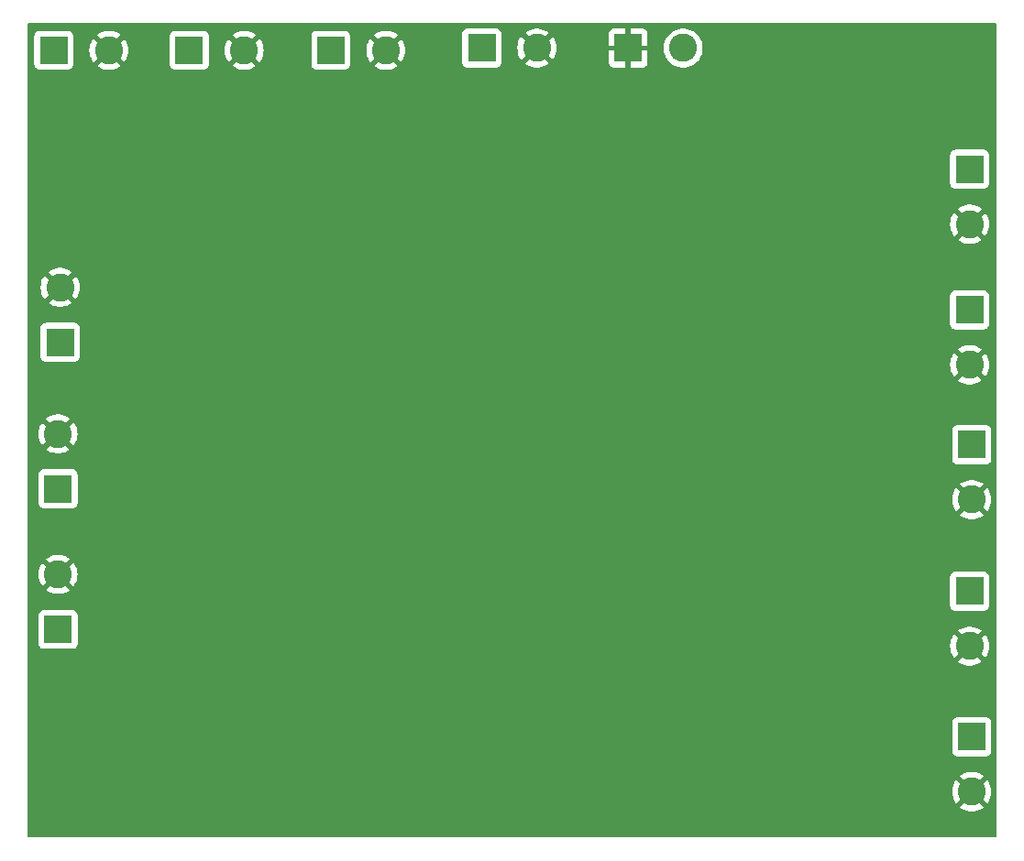
<source format=gbl>
%TF.GenerationSoftware,KiCad,Pcbnew,8.0.5*%
%TF.CreationDate,2024-11-24T13:51:33-06:00*%
%TF.ProjectId,Buck_V2,4275636b-5f56-4322-9e6b-696361645f70,rev?*%
%TF.SameCoordinates,Original*%
%TF.FileFunction,Copper,L2,Bot*%
%TF.FilePolarity,Positive*%
%FSLAX46Y46*%
G04 Gerber Fmt 4.6, Leading zero omitted, Abs format (unit mm)*
G04 Created by KiCad (PCBNEW 8.0.5) date 2024-11-24 13:51:33*
%MOMM*%
%LPD*%
G01*
G04 APERTURE LIST*
%TA.AperFunction,ComponentPad*%
%ADD10R,2.600000X2.600000*%
%TD*%
%TA.AperFunction,ComponentPad*%
%ADD11C,2.600000*%
%TD*%
%TA.AperFunction,ViaPad*%
%ADD12C,0.600000*%
%TD*%
G04 APERTURE END LIST*
D10*
%TO.P,J7,1,Pin_1*%
%TO.N,+12V*%
X61420000Y-99500000D03*
D11*
%TO.P,J7,2,Pin_2*%
%TO.N,GND*%
X66500000Y-99500000D03*
%TD*%
D10*
%TO.P,J8,1,Pin_1*%
%TO.N,+12V*%
X74500000Y-99500000D03*
D11*
%TO.P,J8,2,Pin_2*%
%TO.N,GND*%
X79580000Y-99500000D03*
%TD*%
D10*
%TO.P,J14,1,Pin_1*%
%TO.N,GND*%
X101955000Y-99305000D03*
D11*
%TO.P,J14,2,Pin_2*%
%TO.N,Net-(J14-Pin_2)*%
X107035000Y-99305000D03*
%TD*%
D10*
%TO.P,J1,1,Pin_1*%
%TO.N,+5V*%
X133695000Y-162955000D03*
D11*
%TO.P,J1,2,Pin_2*%
%TO.N,GND*%
X133695000Y-168035000D03*
%TD*%
D10*
%TO.P,J6,1,Pin_1*%
%TO.N,+12V*%
X48920000Y-99500000D03*
D11*
%TO.P,J6,2,Pin_2*%
%TO.N,GND*%
X54000000Y-99500000D03*
%TD*%
D10*
%TO.P,J9,1,Pin_1*%
%TO.N,+12V*%
X88455000Y-99305000D03*
D11*
%TO.P,J9,2,Pin_2*%
%TO.N,GND*%
X93535000Y-99305000D03*
%TD*%
D10*
%TO.P,J2,1,Pin_1*%
%TO.N,+12V*%
X49305000Y-140045000D03*
D11*
%TO.P,J2,2,Pin_2*%
%TO.N,GND*%
X49305000Y-134965000D03*
%TD*%
D10*
%TO.P,J4,1,Pin_1*%
%TO.N,+5V*%
X49305000Y-153045000D03*
D11*
%TO.P,J4,2,Pin_2*%
%TO.N,GND*%
X49305000Y-147965000D03*
%TD*%
D10*
%TO.P,J12,1,Pin_1*%
%TO.N,+5V*%
X133695000Y-135955000D03*
D11*
%TO.P,J12,2,Pin_2*%
%TO.N,GND*%
X133695000Y-141035000D03*
%TD*%
D10*
%TO.P,J13,1,Pin_1*%
%TO.N,+5V*%
X133500000Y-149500000D03*
D11*
%TO.P,J13,2,Pin_2*%
%TO.N,GND*%
X133500000Y-154580000D03*
%TD*%
D10*
%TO.P,J3,1,Pin_1*%
%TO.N,+12V*%
X49500000Y-126500000D03*
D11*
%TO.P,J3,2,Pin_2*%
%TO.N,GND*%
X49500000Y-121420000D03*
%TD*%
D10*
%TO.P,J10,1,Pin_1*%
%TO.N,+5V*%
X133500000Y-110500000D03*
D11*
%TO.P,J10,2,Pin_2*%
%TO.N,GND*%
X133500000Y-115580000D03*
%TD*%
D10*
%TO.P,J11,1,Pin_1*%
%TO.N,+5V*%
X133500000Y-123500000D03*
D11*
%TO.P,J11,2,Pin_2*%
%TO.N,GND*%
X133500000Y-128580000D03*
%TD*%
D12*
%TO.N,GND*%
X76000000Y-142000000D03*
X110000000Y-128500000D03*
X105500000Y-128500000D03*
X87000000Y-142000000D03*
X84500000Y-138962500D03*
X90500000Y-123500000D03*
X84500000Y-131500000D03*
%TD*%
%TA.AperFunction,Conductor*%
%TO.N,GND*%
G36*
X135943039Y-97019685D02*
G01*
X135988794Y-97072489D01*
X136000000Y-97124000D01*
X136000000Y-172126000D01*
X135980315Y-172193039D01*
X135927511Y-172238794D01*
X135876000Y-172250000D01*
X46624000Y-172250000D01*
X46556961Y-172230315D01*
X46511206Y-172177511D01*
X46500000Y-172126000D01*
X46500000Y-168034995D01*
X131889953Y-168034995D01*
X131889953Y-168035004D01*
X131910113Y-168304026D01*
X131910113Y-168304028D01*
X131970142Y-168567033D01*
X131970148Y-168567052D01*
X132068709Y-168818181D01*
X132068708Y-168818181D01*
X132203602Y-169051822D01*
X132257294Y-169119151D01*
X132257295Y-169119151D01*
X133093958Y-168282488D01*
X133118978Y-168342890D01*
X133190112Y-168449351D01*
X133280649Y-168539888D01*
X133387110Y-168611022D01*
X133447510Y-168636041D01*
X132609848Y-169473702D01*
X132792483Y-169598220D01*
X132792485Y-169598221D01*
X133035539Y-169715269D01*
X133035537Y-169715269D01*
X133293337Y-169794790D01*
X133293343Y-169794792D01*
X133560101Y-169834999D01*
X133560110Y-169835000D01*
X133829890Y-169835000D01*
X133829898Y-169834999D01*
X134096656Y-169794792D01*
X134096662Y-169794790D01*
X134354461Y-169715269D01*
X134597521Y-169598218D01*
X134780150Y-169473702D01*
X133942488Y-168636041D01*
X134002890Y-168611022D01*
X134109351Y-168539888D01*
X134199888Y-168449351D01*
X134271022Y-168342890D01*
X134296041Y-168282488D01*
X135132703Y-169119151D01*
X135132704Y-169119150D01*
X135186393Y-169051828D01*
X135186400Y-169051817D01*
X135321290Y-168818181D01*
X135419851Y-168567052D01*
X135419857Y-168567033D01*
X135479886Y-168304028D01*
X135479886Y-168304026D01*
X135500047Y-168035004D01*
X135500047Y-168034995D01*
X135479886Y-167765973D01*
X135479886Y-167765971D01*
X135419857Y-167502966D01*
X135419851Y-167502947D01*
X135321290Y-167251818D01*
X135321291Y-167251818D01*
X135186397Y-167018177D01*
X135132704Y-166950847D01*
X134296041Y-167787510D01*
X134271022Y-167727110D01*
X134199888Y-167620649D01*
X134109351Y-167530112D01*
X134002890Y-167458978D01*
X133942488Y-167433958D01*
X134780150Y-166596296D01*
X134597517Y-166471779D01*
X134597516Y-166471778D01*
X134354460Y-166354730D01*
X134354462Y-166354730D01*
X134096662Y-166275209D01*
X134096656Y-166275207D01*
X133829898Y-166235000D01*
X133560101Y-166235000D01*
X133293343Y-166275207D01*
X133293337Y-166275209D01*
X133035538Y-166354730D01*
X132792485Y-166471778D01*
X132792476Y-166471783D01*
X132609848Y-166596296D01*
X133447511Y-167433958D01*
X133387110Y-167458978D01*
X133280649Y-167530112D01*
X133190112Y-167620649D01*
X133118978Y-167727110D01*
X133093958Y-167787511D01*
X132257295Y-166950848D01*
X132203600Y-167018180D01*
X132068709Y-167251818D01*
X131970148Y-167502947D01*
X131970142Y-167502966D01*
X131910113Y-167765971D01*
X131910113Y-167765973D01*
X131889953Y-168034995D01*
X46500000Y-168034995D01*
X46500000Y-161607135D01*
X131894500Y-161607135D01*
X131894500Y-164302870D01*
X131894501Y-164302876D01*
X131900908Y-164362483D01*
X131951202Y-164497328D01*
X131951206Y-164497335D01*
X132037452Y-164612544D01*
X132037455Y-164612547D01*
X132152664Y-164698793D01*
X132152671Y-164698797D01*
X132287517Y-164749091D01*
X132287516Y-164749091D01*
X132294444Y-164749835D01*
X132347127Y-164755500D01*
X135042872Y-164755499D01*
X135102483Y-164749091D01*
X135237331Y-164698796D01*
X135352546Y-164612546D01*
X135438796Y-164497331D01*
X135489091Y-164362483D01*
X135495500Y-164302873D01*
X135495499Y-161607128D01*
X135489091Y-161547517D01*
X135438796Y-161412669D01*
X135438795Y-161412668D01*
X135438793Y-161412664D01*
X135352547Y-161297455D01*
X135352544Y-161297452D01*
X135237335Y-161211206D01*
X135237328Y-161211202D01*
X135102482Y-161160908D01*
X135102483Y-161160908D01*
X135042883Y-161154501D01*
X135042881Y-161154500D01*
X135042873Y-161154500D01*
X135042864Y-161154500D01*
X132347129Y-161154500D01*
X132347123Y-161154501D01*
X132287516Y-161160908D01*
X132152671Y-161211202D01*
X132152664Y-161211206D01*
X132037455Y-161297452D01*
X132037452Y-161297455D01*
X131951206Y-161412664D01*
X131951202Y-161412671D01*
X131900908Y-161547517D01*
X131894501Y-161607116D01*
X131894501Y-161607123D01*
X131894500Y-161607135D01*
X46500000Y-161607135D01*
X46500000Y-151697135D01*
X47504500Y-151697135D01*
X47504500Y-154392870D01*
X47504501Y-154392876D01*
X47510908Y-154452483D01*
X47561202Y-154587328D01*
X47561206Y-154587335D01*
X47647452Y-154702544D01*
X47647455Y-154702547D01*
X47762664Y-154788793D01*
X47762671Y-154788797D01*
X47897517Y-154839091D01*
X47897516Y-154839091D01*
X47904444Y-154839835D01*
X47957127Y-154845500D01*
X50652872Y-154845499D01*
X50712483Y-154839091D01*
X50847331Y-154788796D01*
X50962546Y-154702546D01*
X51048796Y-154587331D01*
X51051532Y-154579995D01*
X131694953Y-154579995D01*
X131694953Y-154580004D01*
X131715113Y-154849026D01*
X131715113Y-154849028D01*
X131775142Y-155112033D01*
X131775148Y-155112052D01*
X131873709Y-155363181D01*
X131873708Y-155363181D01*
X132008602Y-155596822D01*
X132062294Y-155664151D01*
X132062295Y-155664151D01*
X132898958Y-154827488D01*
X132923978Y-154887890D01*
X132995112Y-154994351D01*
X133085649Y-155084888D01*
X133192110Y-155156022D01*
X133252510Y-155181041D01*
X132414848Y-156018702D01*
X132597483Y-156143220D01*
X132597485Y-156143221D01*
X132840539Y-156260269D01*
X132840537Y-156260269D01*
X133098337Y-156339790D01*
X133098343Y-156339792D01*
X133365101Y-156379999D01*
X133365110Y-156380000D01*
X133634890Y-156380000D01*
X133634898Y-156379999D01*
X133901656Y-156339792D01*
X133901662Y-156339790D01*
X134159461Y-156260269D01*
X134402521Y-156143218D01*
X134585150Y-156018702D01*
X133747488Y-155181041D01*
X133807890Y-155156022D01*
X133914351Y-155084888D01*
X134004888Y-154994351D01*
X134076022Y-154887890D01*
X134101041Y-154827488D01*
X134937703Y-155664151D01*
X134937704Y-155664150D01*
X134991393Y-155596828D01*
X134991400Y-155596817D01*
X135126290Y-155363181D01*
X135224851Y-155112052D01*
X135224857Y-155112033D01*
X135284886Y-154849028D01*
X135284886Y-154849026D01*
X135305047Y-154580004D01*
X135305047Y-154579995D01*
X135284886Y-154310973D01*
X135284886Y-154310971D01*
X135224857Y-154047966D01*
X135224851Y-154047947D01*
X135126290Y-153796818D01*
X135126291Y-153796818D01*
X134991397Y-153563177D01*
X134937704Y-153495847D01*
X134101041Y-154332510D01*
X134076022Y-154272110D01*
X134004888Y-154165649D01*
X133914351Y-154075112D01*
X133807890Y-154003978D01*
X133747488Y-153978958D01*
X134585150Y-153141296D01*
X134402517Y-153016779D01*
X134402516Y-153016778D01*
X134159460Y-152899730D01*
X134159462Y-152899730D01*
X133901662Y-152820209D01*
X133901656Y-152820207D01*
X133634898Y-152780000D01*
X133365101Y-152780000D01*
X133098343Y-152820207D01*
X133098337Y-152820209D01*
X132840538Y-152899730D01*
X132597485Y-153016778D01*
X132597476Y-153016783D01*
X132414848Y-153141296D01*
X133252511Y-153978958D01*
X133192110Y-154003978D01*
X133085649Y-154075112D01*
X132995112Y-154165649D01*
X132923978Y-154272110D01*
X132898958Y-154332511D01*
X132062295Y-153495848D01*
X132008600Y-153563180D01*
X131873709Y-153796818D01*
X131775148Y-154047947D01*
X131775142Y-154047966D01*
X131715113Y-154310971D01*
X131715113Y-154310973D01*
X131694953Y-154579995D01*
X51051532Y-154579995D01*
X51099091Y-154452483D01*
X51105500Y-154392873D01*
X51105499Y-151697128D01*
X51099091Y-151637517D01*
X51048796Y-151502669D01*
X51048795Y-151502668D01*
X51048793Y-151502664D01*
X50962547Y-151387455D01*
X50962544Y-151387452D01*
X50847335Y-151301206D01*
X50847328Y-151301202D01*
X50712482Y-151250908D01*
X50712483Y-151250908D01*
X50652883Y-151244501D01*
X50652881Y-151244500D01*
X50652873Y-151244500D01*
X50652864Y-151244500D01*
X47957129Y-151244500D01*
X47957123Y-151244501D01*
X47897516Y-151250908D01*
X47762671Y-151301202D01*
X47762664Y-151301206D01*
X47647455Y-151387452D01*
X47647452Y-151387455D01*
X47561206Y-151502664D01*
X47561202Y-151502671D01*
X47510908Y-151637517D01*
X47504501Y-151697116D01*
X47504501Y-151697123D01*
X47504500Y-151697135D01*
X46500000Y-151697135D01*
X46500000Y-147964995D01*
X47499953Y-147964995D01*
X47499953Y-147965004D01*
X47520113Y-148234026D01*
X47520113Y-148234028D01*
X47580142Y-148497033D01*
X47580148Y-148497052D01*
X47678709Y-148748181D01*
X47678708Y-148748181D01*
X47813602Y-148981822D01*
X47867294Y-149049151D01*
X47867295Y-149049151D01*
X48703958Y-148212488D01*
X48728978Y-148272890D01*
X48800112Y-148379351D01*
X48890649Y-148469888D01*
X48997110Y-148541022D01*
X49057510Y-148566041D01*
X48219848Y-149403702D01*
X48402483Y-149528220D01*
X48402485Y-149528221D01*
X48645539Y-149645269D01*
X48645537Y-149645269D01*
X48903337Y-149724790D01*
X48903343Y-149724792D01*
X49170101Y-149764999D01*
X49170110Y-149765000D01*
X49439890Y-149765000D01*
X49439898Y-149764999D01*
X49706656Y-149724792D01*
X49706662Y-149724790D01*
X49964461Y-149645269D01*
X50207521Y-149528218D01*
X50390150Y-149403702D01*
X49552488Y-148566041D01*
X49612890Y-148541022D01*
X49719351Y-148469888D01*
X49809888Y-148379351D01*
X49881022Y-148272890D01*
X49906041Y-148212488D01*
X50742703Y-149049151D01*
X50742704Y-149049150D01*
X50796393Y-148981828D01*
X50796400Y-148981817D01*
X50931290Y-148748181D01*
X51029851Y-148497052D01*
X51029857Y-148497033D01*
X51089886Y-148234028D01*
X51089886Y-148234026D01*
X51096023Y-148152135D01*
X131699500Y-148152135D01*
X131699500Y-150847870D01*
X131699501Y-150847876D01*
X131705908Y-150907483D01*
X131756202Y-151042328D01*
X131756206Y-151042335D01*
X131842452Y-151157544D01*
X131842455Y-151157547D01*
X131957664Y-151243793D01*
X131957671Y-151243797D01*
X132092517Y-151294091D01*
X132092516Y-151294091D01*
X132099444Y-151294835D01*
X132152127Y-151300500D01*
X134847872Y-151300499D01*
X134907483Y-151294091D01*
X135042331Y-151243796D01*
X135157546Y-151157546D01*
X135243796Y-151042331D01*
X135294091Y-150907483D01*
X135300500Y-150847873D01*
X135300499Y-148152128D01*
X135294091Y-148092517D01*
X135246530Y-147965000D01*
X135243797Y-147957671D01*
X135243793Y-147957664D01*
X135157547Y-147842455D01*
X135157544Y-147842452D01*
X135042335Y-147756206D01*
X135042328Y-147756202D01*
X134907482Y-147705908D01*
X134907483Y-147705908D01*
X134847883Y-147699501D01*
X134847881Y-147699500D01*
X134847873Y-147699500D01*
X134847864Y-147699500D01*
X132152129Y-147699500D01*
X132152123Y-147699501D01*
X132092516Y-147705908D01*
X131957671Y-147756202D01*
X131957664Y-147756206D01*
X131842455Y-147842452D01*
X131842452Y-147842455D01*
X131756206Y-147957664D01*
X131756202Y-147957671D01*
X131705908Y-148092517D01*
X131699501Y-148152116D01*
X131699501Y-148152123D01*
X131699500Y-148152135D01*
X51096023Y-148152135D01*
X51110047Y-147965004D01*
X51110047Y-147964995D01*
X51089886Y-147695973D01*
X51089886Y-147695971D01*
X51029857Y-147432966D01*
X51029851Y-147432947D01*
X50931290Y-147181818D01*
X50931291Y-147181818D01*
X50796397Y-146948177D01*
X50742704Y-146880847D01*
X49906041Y-147717510D01*
X49881022Y-147657110D01*
X49809888Y-147550649D01*
X49719351Y-147460112D01*
X49612890Y-147388978D01*
X49552488Y-147363958D01*
X50390150Y-146526296D01*
X50207517Y-146401779D01*
X50207516Y-146401778D01*
X49964460Y-146284730D01*
X49964462Y-146284730D01*
X49706662Y-146205209D01*
X49706656Y-146205207D01*
X49439898Y-146165000D01*
X49170101Y-146165000D01*
X48903343Y-146205207D01*
X48903337Y-146205209D01*
X48645538Y-146284730D01*
X48402485Y-146401778D01*
X48402476Y-146401783D01*
X48219848Y-146526296D01*
X49057511Y-147363958D01*
X48997110Y-147388978D01*
X48890649Y-147460112D01*
X48800112Y-147550649D01*
X48728978Y-147657110D01*
X48703958Y-147717511D01*
X47867295Y-146880848D01*
X47813600Y-146948180D01*
X47678709Y-147181818D01*
X47580148Y-147432947D01*
X47580142Y-147432966D01*
X47520113Y-147695971D01*
X47520113Y-147695973D01*
X47499953Y-147964995D01*
X46500000Y-147964995D01*
X46500000Y-138697135D01*
X47504500Y-138697135D01*
X47504500Y-141392870D01*
X47504501Y-141392876D01*
X47510908Y-141452483D01*
X47561202Y-141587328D01*
X47561206Y-141587335D01*
X47647452Y-141702544D01*
X47647455Y-141702547D01*
X47762664Y-141788793D01*
X47762671Y-141788797D01*
X47897517Y-141839091D01*
X47897516Y-141839091D01*
X47904444Y-141839835D01*
X47957127Y-141845500D01*
X50652872Y-141845499D01*
X50712483Y-141839091D01*
X50847331Y-141788796D01*
X50962546Y-141702546D01*
X51048796Y-141587331D01*
X51099091Y-141452483D01*
X51105500Y-141392873D01*
X51105500Y-141034995D01*
X131889953Y-141034995D01*
X131889953Y-141035004D01*
X131910113Y-141304026D01*
X131910113Y-141304028D01*
X131970142Y-141567033D01*
X131970148Y-141567052D01*
X132068709Y-141818181D01*
X132068708Y-141818181D01*
X132203602Y-142051822D01*
X132257294Y-142119151D01*
X132257295Y-142119151D01*
X133093958Y-141282488D01*
X133118978Y-141342890D01*
X133190112Y-141449351D01*
X133280649Y-141539888D01*
X133387110Y-141611022D01*
X133447510Y-141636041D01*
X132609848Y-142473702D01*
X132792483Y-142598220D01*
X132792485Y-142598221D01*
X133035539Y-142715269D01*
X133035537Y-142715269D01*
X133293337Y-142794790D01*
X133293343Y-142794792D01*
X133560101Y-142834999D01*
X133560110Y-142835000D01*
X133829890Y-142835000D01*
X133829898Y-142834999D01*
X134096656Y-142794792D01*
X134096662Y-142794790D01*
X134354461Y-142715269D01*
X134597521Y-142598218D01*
X134780150Y-142473702D01*
X133942488Y-141636041D01*
X134002890Y-141611022D01*
X134109351Y-141539888D01*
X134199888Y-141449351D01*
X134271022Y-141342890D01*
X134296041Y-141282488D01*
X135132703Y-142119151D01*
X135132704Y-142119150D01*
X135186393Y-142051828D01*
X135186400Y-142051817D01*
X135321290Y-141818181D01*
X135419851Y-141567052D01*
X135419857Y-141567033D01*
X135479886Y-141304028D01*
X135479886Y-141304026D01*
X135500047Y-141035004D01*
X135500047Y-141034995D01*
X135479886Y-140765973D01*
X135479886Y-140765971D01*
X135419857Y-140502966D01*
X135419851Y-140502947D01*
X135321290Y-140251818D01*
X135321291Y-140251818D01*
X135186397Y-140018177D01*
X135132704Y-139950847D01*
X134296041Y-140787510D01*
X134271022Y-140727110D01*
X134199888Y-140620649D01*
X134109351Y-140530112D01*
X134002890Y-140458978D01*
X133942488Y-140433958D01*
X134780150Y-139596296D01*
X134597517Y-139471779D01*
X134597516Y-139471778D01*
X134354460Y-139354730D01*
X134354462Y-139354730D01*
X134096662Y-139275209D01*
X134096656Y-139275207D01*
X133829898Y-139235000D01*
X133560101Y-139235000D01*
X133293343Y-139275207D01*
X133293337Y-139275209D01*
X133035538Y-139354730D01*
X132792485Y-139471778D01*
X132792476Y-139471783D01*
X132609848Y-139596296D01*
X133447511Y-140433958D01*
X133387110Y-140458978D01*
X133280649Y-140530112D01*
X133190112Y-140620649D01*
X133118978Y-140727110D01*
X133093958Y-140787511D01*
X132257295Y-139950848D01*
X132203600Y-140018180D01*
X132068709Y-140251818D01*
X131970148Y-140502947D01*
X131970142Y-140502966D01*
X131910113Y-140765971D01*
X131910113Y-140765973D01*
X131889953Y-141034995D01*
X51105500Y-141034995D01*
X51105499Y-138697128D01*
X51099091Y-138637517D01*
X51048796Y-138502669D01*
X51048795Y-138502668D01*
X51048793Y-138502664D01*
X50962547Y-138387455D01*
X50962544Y-138387452D01*
X50847335Y-138301206D01*
X50847328Y-138301202D01*
X50712482Y-138250908D01*
X50712483Y-138250908D01*
X50652883Y-138244501D01*
X50652881Y-138244500D01*
X50652873Y-138244500D01*
X50652864Y-138244500D01*
X47957129Y-138244500D01*
X47957123Y-138244501D01*
X47897516Y-138250908D01*
X47762671Y-138301202D01*
X47762664Y-138301206D01*
X47647455Y-138387452D01*
X47647452Y-138387455D01*
X47561206Y-138502664D01*
X47561202Y-138502671D01*
X47510908Y-138637517D01*
X47504501Y-138697116D01*
X47504501Y-138697123D01*
X47504500Y-138697135D01*
X46500000Y-138697135D01*
X46500000Y-134964995D01*
X47499953Y-134964995D01*
X47499953Y-134965004D01*
X47520113Y-135234026D01*
X47520113Y-135234028D01*
X47580142Y-135497033D01*
X47580148Y-135497052D01*
X47678709Y-135748181D01*
X47678708Y-135748181D01*
X47813602Y-135981822D01*
X47867294Y-136049151D01*
X47867295Y-136049151D01*
X48703958Y-135212488D01*
X48728978Y-135272890D01*
X48800112Y-135379351D01*
X48890649Y-135469888D01*
X48997110Y-135541022D01*
X49057510Y-135566041D01*
X48219848Y-136403702D01*
X48402483Y-136528220D01*
X48402485Y-136528221D01*
X48645539Y-136645269D01*
X48645537Y-136645269D01*
X48903337Y-136724790D01*
X48903343Y-136724792D01*
X49170101Y-136764999D01*
X49170110Y-136765000D01*
X49439890Y-136765000D01*
X49439898Y-136764999D01*
X49706656Y-136724792D01*
X49706662Y-136724790D01*
X49964461Y-136645269D01*
X50207521Y-136528218D01*
X50390150Y-136403702D01*
X49552488Y-135566041D01*
X49612890Y-135541022D01*
X49719351Y-135469888D01*
X49809888Y-135379351D01*
X49881022Y-135272890D01*
X49906041Y-135212488D01*
X50742703Y-136049151D01*
X50742704Y-136049150D01*
X50796393Y-135981828D01*
X50796400Y-135981817D01*
X50931290Y-135748181D01*
X51029851Y-135497052D01*
X51029857Y-135497033D01*
X51089886Y-135234028D01*
X51089886Y-135234026D01*
X51110047Y-134965004D01*
X51110047Y-134964995D01*
X51089886Y-134695973D01*
X51089886Y-134695971D01*
X51069610Y-134607135D01*
X131894500Y-134607135D01*
X131894500Y-137302870D01*
X131894501Y-137302876D01*
X131900908Y-137362483D01*
X131951202Y-137497328D01*
X131951206Y-137497335D01*
X132037452Y-137612544D01*
X132037455Y-137612547D01*
X132152664Y-137698793D01*
X132152671Y-137698797D01*
X132287517Y-137749091D01*
X132287516Y-137749091D01*
X132294444Y-137749835D01*
X132347127Y-137755500D01*
X135042872Y-137755499D01*
X135102483Y-137749091D01*
X135237331Y-137698796D01*
X135352546Y-137612546D01*
X135438796Y-137497331D01*
X135489091Y-137362483D01*
X135495500Y-137302873D01*
X135495499Y-134607128D01*
X135489091Y-134547517D01*
X135446366Y-134432966D01*
X135438797Y-134412671D01*
X135438793Y-134412664D01*
X135352547Y-134297455D01*
X135352544Y-134297452D01*
X135237335Y-134211206D01*
X135237328Y-134211202D01*
X135102482Y-134160908D01*
X135102483Y-134160908D01*
X135042883Y-134154501D01*
X135042881Y-134154500D01*
X135042873Y-134154500D01*
X135042864Y-134154500D01*
X132347129Y-134154500D01*
X132347123Y-134154501D01*
X132287516Y-134160908D01*
X132152671Y-134211202D01*
X132152664Y-134211206D01*
X132037455Y-134297452D01*
X132037452Y-134297455D01*
X131951206Y-134412664D01*
X131951202Y-134412671D01*
X131900908Y-134547517D01*
X131894501Y-134607116D01*
X131894501Y-134607123D01*
X131894500Y-134607135D01*
X51069610Y-134607135D01*
X51029857Y-134432966D01*
X51029851Y-134432947D01*
X50931290Y-134181818D01*
X50931291Y-134181818D01*
X50796397Y-133948177D01*
X50742704Y-133880847D01*
X49906041Y-134717510D01*
X49881022Y-134657110D01*
X49809888Y-134550649D01*
X49719351Y-134460112D01*
X49612890Y-134388978D01*
X49552488Y-134363958D01*
X50390150Y-133526296D01*
X50207517Y-133401779D01*
X50207516Y-133401778D01*
X49964460Y-133284730D01*
X49964462Y-133284730D01*
X49706662Y-133205209D01*
X49706656Y-133205207D01*
X49439898Y-133165000D01*
X49170101Y-133165000D01*
X48903343Y-133205207D01*
X48903337Y-133205209D01*
X48645538Y-133284730D01*
X48402485Y-133401778D01*
X48402476Y-133401783D01*
X48219848Y-133526296D01*
X49057511Y-134363958D01*
X48997110Y-134388978D01*
X48890649Y-134460112D01*
X48800112Y-134550649D01*
X48728978Y-134657110D01*
X48703958Y-134717511D01*
X47867295Y-133880848D01*
X47813600Y-133948180D01*
X47678709Y-134181818D01*
X47580148Y-134432947D01*
X47580142Y-134432966D01*
X47520113Y-134695971D01*
X47520113Y-134695973D01*
X47499953Y-134964995D01*
X46500000Y-134964995D01*
X46500000Y-128579995D01*
X131694953Y-128579995D01*
X131694953Y-128580004D01*
X131715113Y-128849026D01*
X131715113Y-128849028D01*
X131775142Y-129112033D01*
X131775148Y-129112052D01*
X131873709Y-129363181D01*
X131873708Y-129363181D01*
X132008602Y-129596822D01*
X132062294Y-129664151D01*
X132062295Y-129664151D01*
X132898958Y-128827488D01*
X132923978Y-128887890D01*
X132995112Y-128994351D01*
X133085649Y-129084888D01*
X133192110Y-129156022D01*
X133252510Y-129181041D01*
X132414848Y-130018702D01*
X132597483Y-130143220D01*
X132597485Y-130143221D01*
X132840539Y-130260269D01*
X132840537Y-130260269D01*
X133098337Y-130339790D01*
X133098343Y-130339792D01*
X133365101Y-130379999D01*
X133365110Y-130380000D01*
X133634890Y-130380000D01*
X133634898Y-130379999D01*
X133901656Y-130339792D01*
X133901662Y-130339790D01*
X134159461Y-130260269D01*
X134402521Y-130143218D01*
X134585150Y-130018702D01*
X133747488Y-129181041D01*
X133807890Y-129156022D01*
X133914351Y-129084888D01*
X134004888Y-128994351D01*
X134076022Y-128887890D01*
X134101041Y-128827488D01*
X134937703Y-129664151D01*
X134937704Y-129664150D01*
X134991393Y-129596828D01*
X134991400Y-129596817D01*
X135126290Y-129363181D01*
X135224851Y-129112052D01*
X135224857Y-129112033D01*
X135284886Y-128849028D01*
X135284886Y-128849026D01*
X135305047Y-128580004D01*
X135305047Y-128579995D01*
X135284886Y-128310973D01*
X135284886Y-128310971D01*
X135224857Y-128047966D01*
X135224851Y-128047947D01*
X135126290Y-127796818D01*
X135126291Y-127796818D01*
X134991397Y-127563177D01*
X134937704Y-127495847D01*
X134101041Y-128332510D01*
X134076022Y-128272110D01*
X134004888Y-128165649D01*
X133914351Y-128075112D01*
X133807890Y-128003978D01*
X133747488Y-127978958D01*
X134585150Y-127141296D01*
X134402517Y-127016779D01*
X134402516Y-127016778D01*
X134159460Y-126899730D01*
X134159462Y-126899730D01*
X133901662Y-126820209D01*
X133901656Y-126820207D01*
X133634898Y-126780000D01*
X133365101Y-126780000D01*
X133098343Y-126820207D01*
X133098337Y-126820209D01*
X132840538Y-126899730D01*
X132597485Y-127016778D01*
X132597476Y-127016783D01*
X132414848Y-127141296D01*
X133252511Y-127978958D01*
X133192110Y-128003978D01*
X133085649Y-128075112D01*
X132995112Y-128165649D01*
X132923978Y-128272110D01*
X132898958Y-128332511D01*
X132062295Y-127495848D01*
X132008600Y-127563180D01*
X131873709Y-127796818D01*
X131775148Y-128047947D01*
X131775142Y-128047966D01*
X131715113Y-128310971D01*
X131715113Y-128310973D01*
X131694953Y-128579995D01*
X46500000Y-128579995D01*
X46500000Y-125152135D01*
X47699500Y-125152135D01*
X47699500Y-127847870D01*
X47699501Y-127847876D01*
X47705908Y-127907483D01*
X47756202Y-128042328D01*
X47756206Y-128042335D01*
X47842452Y-128157544D01*
X47842455Y-128157547D01*
X47957664Y-128243793D01*
X47957671Y-128243797D01*
X48092517Y-128294091D01*
X48092516Y-128294091D01*
X48099444Y-128294835D01*
X48152127Y-128300500D01*
X50847872Y-128300499D01*
X50907483Y-128294091D01*
X51042331Y-128243796D01*
X51157546Y-128157546D01*
X51243796Y-128042331D01*
X51294091Y-127907483D01*
X51300500Y-127847873D01*
X51300499Y-125152128D01*
X51294091Y-125092517D01*
X51275374Y-125042335D01*
X51243797Y-124957671D01*
X51243793Y-124957664D01*
X51157547Y-124842455D01*
X51157544Y-124842452D01*
X51042335Y-124756206D01*
X51042328Y-124756202D01*
X50907482Y-124705908D01*
X50907483Y-124705908D01*
X50847883Y-124699501D01*
X50847881Y-124699500D01*
X50847873Y-124699500D01*
X50847864Y-124699500D01*
X48152129Y-124699500D01*
X48152123Y-124699501D01*
X48092516Y-124705908D01*
X47957671Y-124756202D01*
X47957664Y-124756206D01*
X47842455Y-124842452D01*
X47842452Y-124842455D01*
X47756206Y-124957664D01*
X47756202Y-124957671D01*
X47705908Y-125092517D01*
X47699501Y-125152116D01*
X47699501Y-125152123D01*
X47699500Y-125152135D01*
X46500000Y-125152135D01*
X46500000Y-121419995D01*
X47694953Y-121419995D01*
X47694953Y-121420004D01*
X47715113Y-121689026D01*
X47715113Y-121689028D01*
X47775142Y-121952033D01*
X47775148Y-121952052D01*
X47873709Y-122203181D01*
X47873708Y-122203181D01*
X48008602Y-122436822D01*
X48062294Y-122504151D01*
X48062295Y-122504151D01*
X48898958Y-121667488D01*
X48923978Y-121727890D01*
X48995112Y-121834351D01*
X49085649Y-121924888D01*
X49192110Y-121996022D01*
X49252510Y-122021041D01*
X48414848Y-122858702D01*
X48597483Y-122983220D01*
X48597485Y-122983221D01*
X48840539Y-123100269D01*
X48840537Y-123100269D01*
X49098337Y-123179790D01*
X49098343Y-123179792D01*
X49365101Y-123219999D01*
X49365110Y-123220000D01*
X49634890Y-123220000D01*
X49634898Y-123219999D01*
X49901656Y-123179792D01*
X49901662Y-123179790D01*
X50159461Y-123100269D01*
X50402521Y-122983218D01*
X50585150Y-122858702D01*
X49747488Y-122021041D01*
X49807890Y-121996022D01*
X49914351Y-121924888D01*
X50004888Y-121834351D01*
X50076022Y-121727890D01*
X50101041Y-121667488D01*
X50937703Y-122504151D01*
X50937704Y-122504150D01*
X50991393Y-122436828D01*
X50991400Y-122436817D01*
X51126290Y-122203181D01*
X51146324Y-122152135D01*
X131699500Y-122152135D01*
X131699500Y-124847870D01*
X131699501Y-124847876D01*
X131705908Y-124907483D01*
X131756202Y-125042328D01*
X131756206Y-125042335D01*
X131842452Y-125157544D01*
X131842455Y-125157547D01*
X131957664Y-125243793D01*
X131957671Y-125243797D01*
X132092517Y-125294091D01*
X132092516Y-125294091D01*
X132099444Y-125294835D01*
X132152127Y-125300500D01*
X134847872Y-125300499D01*
X134907483Y-125294091D01*
X135042331Y-125243796D01*
X135157546Y-125157546D01*
X135243796Y-125042331D01*
X135294091Y-124907483D01*
X135300500Y-124847873D01*
X135300499Y-122152128D01*
X135294091Y-122092517D01*
X135243796Y-121957669D01*
X135243795Y-121957668D01*
X135243793Y-121957664D01*
X135157547Y-121842455D01*
X135157544Y-121842452D01*
X135042335Y-121756206D01*
X135042328Y-121756202D01*
X134907482Y-121705908D01*
X134907483Y-121705908D01*
X134847883Y-121699501D01*
X134847881Y-121699500D01*
X134847873Y-121699500D01*
X134847864Y-121699500D01*
X132152129Y-121699500D01*
X132152123Y-121699501D01*
X132092516Y-121705908D01*
X131957671Y-121756202D01*
X131957664Y-121756206D01*
X131842455Y-121842452D01*
X131842452Y-121842455D01*
X131756206Y-121957664D01*
X131756202Y-121957671D01*
X131705908Y-122092517D01*
X131699501Y-122152116D01*
X131699501Y-122152123D01*
X131699500Y-122152135D01*
X51146324Y-122152135D01*
X51224851Y-121952052D01*
X51224857Y-121952033D01*
X51284886Y-121689028D01*
X51284886Y-121689026D01*
X51305047Y-121420004D01*
X51305047Y-121419995D01*
X51284886Y-121150973D01*
X51284886Y-121150971D01*
X51224857Y-120887966D01*
X51224851Y-120887947D01*
X51126290Y-120636818D01*
X51126291Y-120636818D01*
X50991397Y-120403177D01*
X50937704Y-120335847D01*
X50101041Y-121172510D01*
X50076022Y-121112110D01*
X50004888Y-121005649D01*
X49914351Y-120915112D01*
X49807890Y-120843978D01*
X49747488Y-120818958D01*
X50585150Y-119981296D01*
X50402517Y-119856779D01*
X50402516Y-119856778D01*
X50159460Y-119739730D01*
X50159462Y-119739730D01*
X49901662Y-119660209D01*
X49901656Y-119660207D01*
X49634898Y-119620000D01*
X49365101Y-119620000D01*
X49098343Y-119660207D01*
X49098337Y-119660209D01*
X48840538Y-119739730D01*
X48597485Y-119856778D01*
X48597476Y-119856783D01*
X48414848Y-119981296D01*
X49252511Y-120818958D01*
X49192110Y-120843978D01*
X49085649Y-120915112D01*
X48995112Y-121005649D01*
X48923978Y-121112110D01*
X48898958Y-121172511D01*
X48062295Y-120335848D01*
X48008600Y-120403180D01*
X47873709Y-120636818D01*
X47775148Y-120887947D01*
X47775142Y-120887966D01*
X47715113Y-121150971D01*
X47715113Y-121150973D01*
X47694953Y-121419995D01*
X46500000Y-121419995D01*
X46500000Y-115579995D01*
X131694953Y-115579995D01*
X131694953Y-115580004D01*
X131715113Y-115849026D01*
X131715113Y-115849028D01*
X131775142Y-116112033D01*
X131775148Y-116112052D01*
X131873709Y-116363181D01*
X131873708Y-116363181D01*
X132008602Y-116596822D01*
X132062294Y-116664151D01*
X132062295Y-116664151D01*
X132898958Y-115827488D01*
X132923978Y-115887890D01*
X132995112Y-115994351D01*
X133085649Y-116084888D01*
X133192110Y-116156022D01*
X133252510Y-116181041D01*
X132414848Y-117018702D01*
X132597483Y-117143220D01*
X132597485Y-117143221D01*
X132840539Y-117260269D01*
X132840537Y-117260269D01*
X133098337Y-117339790D01*
X133098343Y-117339792D01*
X133365101Y-117379999D01*
X133365110Y-117380000D01*
X133634890Y-117380000D01*
X133634898Y-117379999D01*
X133901656Y-117339792D01*
X133901662Y-117339790D01*
X134159461Y-117260269D01*
X134402521Y-117143218D01*
X134585150Y-117018702D01*
X133747488Y-116181041D01*
X133807890Y-116156022D01*
X133914351Y-116084888D01*
X134004888Y-115994351D01*
X134076022Y-115887890D01*
X134101041Y-115827488D01*
X134937703Y-116664151D01*
X134937704Y-116664150D01*
X134991393Y-116596828D01*
X134991400Y-116596817D01*
X135126290Y-116363181D01*
X135224851Y-116112052D01*
X135224857Y-116112033D01*
X135284886Y-115849028D01*
X135284886Y-115849026D01*
X135305047Y-115580004D01*
X135305047Y-115579995D01*
X135284886Y-115310973D01*
X135284886Y-115310971D01*
X135224857Y-115047966D01*
X135224851Y-115047947D01*
X135126290Y-114796818D01*
X135126291Y-114796818D01*
X134991397Y-114563177D01*
X134937704Y-114495847D01*
X134101041Y-115332510D01*
X134076022Y-115272110D01*
X134004888Y-115165649D01*
X133914351Y-115075112D01*
X133807890Y-115003978D01*
X133747488Y-114978958D01*
X134585150Y-114141296D01*
X134402517Y-114016779D01*
X134402516Y-114016778D01*
X134159460Y-113899730D01*
X134159462Y-113899730D01*
X133901662Y-113820209D01*
X133901656Y-113820207D01*
X133634898Y-113780000D01*
X133365101Y-113780000D01*
X133098343Y-113820207D01*
X133098337Y-113820209D01*
X132840538Y-113899730D01*
X132597485Y-114016778D01*
X132597476Y-114016783D01*
X132414848Y-114141296D01*
X133252511Y-114978958D01*
X133192110Y-115003978D01*
X133085649Y-115075112D01*
X132995112Y-115165649D01*
X132923978Y-115272110D01*
X132898958Y-115332511D01*
X132062295Y-114495848D01*
X132008600Y-114563180D01*
X131873709Y-114796818D01*
X131775148Y-115047947D01*
X131775142Y-115047966D01*
X131715113Y-115310971D01*
X131715113Y-115310973D01*
X131694953Y-115579995D01*
X46500000Y-115579995D01*
X46500000Y-109152135D01*
X131699500Y-109152135D01*
X131699500Y-111847870D01*
X131699501Y-111847876D01*
X131705908Y-111907483D01*
X131756202Y-112042328D01*
X131756206Y-112042335D01*
X131842452Y-112157544D01*
X131842455Y-112157547D01*
X131957664Y-112243793D01*
X131957671Y-112243797D01*
X132092517Y-112294091D01*
X132092516Y-112294091D01*
X132099444Y-112294835D01*
X132152127Y-112300500D01*
X134847872Y-112300499D01*
X134907483Y-112294091D01*
X135042331Y-112243796D01*
X135157546Y-112157546D01*
X135243796Y-112042331D01*
X135294091Y-111907483D01*
X135300500Y-111847873D01*
X135300499Y-109152128D01*
X135294091Y-109092517D01*
X135243796Y-108957669D01*
X135243795Y-108957668D01*
X135243793Y-108957664D01*
X135157547Y-108842455D01*
X135157544Y-108842452D01*
X135042335Y-108756206D01*
X135042328Y-108756202D01*
X134907482Y-108705908D01*
X134907483Y-108705908D01*
X134847883Y-108699501D01*
X134847881Y-108699500D01*
X134847873Y-108699500D01*
X134847864Y-108699500D01*
X132152129Y-108699500D01*
X132152123Y-108699501D01*
X132092516Y-108705908D01*
X131957671Y-108756202D01*
X131957664Y-108756206D01*
X131842455Y-108842452D01*
X131842452Y-108842455D01*
X131756206Y-108957664D01*
X131756202Y-108957671D01*
X131705908Y-109092517D01*
X131699501Y-109152116D01*
X131699501Y-109152123D01*
X131699500Y-109152135D01*
X46500000Y-109152135D01*
X46500000Y-98152135D01*
X47119500Y-98152135D01*
X47119500Y-100847870D01*
X47119501Y-100847876D01*
X47125908Y-100907483D01*
X47176202Y-101042328D01*
X47176206Y-101042335D01*
X47262452Y-101157544D01*
X47262455Y-101157547D01*
X47377664Y-101243793D01*
X47377671Y-101243797D01*
X47512517Y-101294091D01*
X47512516Y-101294091D01*
X47519444Y-101294835D01*
X47572127Y-101300500D01*
X50267872Y-101300499D01*
X50327483Y-101294091D01*
X50462331Y-101243796D01*
X50577546Y-101157546D01*
X50663796Y-101042331D01*
X50714091Y-100907483D01*
X50720500Y-100847873D01*
X50720499Y-99499995D01*
X52194953Y-99499995D01*
X52194953Y-99500004D01*
X52215113Y-99769026D01*
X52215113Y-99769028D01*
X52275142Y-100032033D01*
X52275148Y-100032052D01*
X52373709Y-100283181D01*
X52373708Y-100283181D01*
X52508602Y-100516822D01*
X52562294Y-100584151D01*
X53398957Y-99747487D01*
X53423978Y-99807890D01*
X53495112Y-99914351D01*
X53585649Y-100004888D01*
X53692110Y-100076022D01*
X53752510Y-100101041D01*
X52914848Y-100938702D01*
X53097483Y-101063220D01*
X53097485Y-101063221D01*
X53340539Y-101180269D01*
X53340537Y-101180269D01*
X53598337Y-101259790D01*
X53598343Y-101259792D01*
X53865101Y-101299999D01*
X53865110Y-101300000D01*
X54134890Y-101300000D01*
X54134898Y-101299999D01*
X54401656Y-101259792D01*
X54401662Y-101259790D01*
X54659461Y-101180269D01*
X54902521Y-101063218D01*
X55085150Y-100938702D01*
X54247488Y-100101041D01*
X54307890Y-100076022D01*
X54414351Y-100004888D01*
X54504888Y-99914351D01*
X54576022Y-99807890D01*
X54601041Y-99747488D01*
X55437703Y-100584151D01*
X55437704Y-100584150D01*
X55491393Y-100516828D01*
X55491400Y-100516817D01*
X55626290Y-100283181D01*
X55724851Y-100032052D01*
X55724857Y-100032033D01*
X55784886Y-99769028D01*
X55784886Y-99769026D01*
X55805047Y-99500004D01*
X55805047Y-99499995D01*
X55784886Y-99230973D01*
X55784886Y-99230971D01*
X55724857Y-98967966D01*
X55724851Y-98967947D01*
X55626290Y-98716818D01*
X55626291Y-98716818D01*
X55491397Y-98483177D01*
X55437704Y-98415847D01*
X54601041Y-99252510D01*
X54576022Y-99192110D01*
X54504888Y-99085649D01*
X54414351Y-98995112D01*
X54307890Y-98923978D01*
X54247488Y-98898958D01*
X54994311Y-98152135D01*
X59619500Y-98152135D01*
X59619500Y-100847870D01*
X59619501Y-100847876D01*
X59625908Y-100907483D01*
X59676202Y-101042328D01*
X59676206Y-101042335D01*
X59762452Y-101157544D01*
X59762455Y-101157547D01*
X59877664Y-101243793D01*
X59877671Y-101243797D01*
X60012517Y-101294091D01*
X60012516Y-101294091D01*
X60019444Y-101294835D01*
X60072127Y-101300500D01*
X62767872Y-101300499D01*
X62827483Y-101294091D01*
X62962331Y-101243796D01*
X63077546Y-101157546D01*
X63163796Y-101042331D01*
X63214091Y-100907483D01*
X63220500Y-100847873D01*
X63220499Y-99499995D01*
X64694953Y-99499995D01*
X64694953Y-99500004D01*
X64715113Y-99769026D01*
X64715113Y-99769028D01*
X64775142Y-100032033D01*
X64775148Y-100032052D01*
X64873709Y-100283181D01*
X64873708Y-100283181D01*
X65008602Y-100516822D01*
X65062294Y-100584151D01*
X65062295Y-100584151D01*
X65898958Y-99747488D01*
X65923978Y-99807890D01*
X65995112Y-99914351D01*
X66085649Y-100004888D01*
X66192110Y-100076022D01*
X66252510Y-100101041D01*
X65414848Y-100938702D01*
X65597483Y-101063220D01*
X65597485Y-101063221D01*
X65840539Y-101180269D01*
X65840537Y-101180269D01*
X66098337Y-101259790D01*
X66098343Y-101259792D01*
X66365101Y-101299999D01*
X66365110Y-101300000D01*
X66634890Y-101300000D01*
X66634898Y-101299999D01*
X66901656Y-101259792D01*
X66901662Y-101259790D01*
X67159461Y-101180269D01*
X67402521Y-101063218D01*
X67585150Y-100938702D01*
X66747488Y-100101041D01*
X66807890Y-100076022D01*
X66914351Y-100004888D01*
X67004888Y-99914351D01*
X67076022Y-99807890D01*
X67101041Y-99747488D01*
X67937703Y-100584151D01*
X67937704Y-100584150D01*
X67991393Y-100516828D01*
X67991400Y-100516817D01*
X68126290Y-100283181D01*
X68224851Y-100032052D01*
X68224857Y-100032033D01*
X68284886Y-99769028D01*
X68284886Y-99769026D01*
X68305047Y-99500004D01*
X68305047Y-99499995D01*
X68284886Y-99230973D01*
X68284886Y-99230971D01*
X68224857Y-98967966D01*
X68224851Y-98967947D01*
X68126290Y-98716818D01*
X68126291Y-98716818D01*
X67991397Y-98483177D01*
X67937704Y-98415847D01*
X67101041Y-99252510D01*
X67076022Y-99192110D01*
X67004888Y-99085649D01*
X66914351Y-98995112D01*
X66807890Y-98923978D01*
X66747488Y-98898958D01*
X67494311Y-98152135D01*
X72699500Y-98152135D01*
X72699500Y-100847870D01*
X72699501Y-100847876D01*
X72705908Y-100907483D01*
X72756202Y-101042328D01*
X72756206Y-101042335D01*
X72842452Y-101157544D01*
X72842455Y-101157547D01*
X72957664Y-101243793D01*
X72957671Y-101243797D01*
X73092517Y-101294091D01*
X73092516Y-101294091D01*
X73099444Y-101294835D01*
X73152127Y-101300500D01*
X75847872Y-101300499D01*
X75907483Y-101294091D01*
X76042331Y-101243796D01*
X76157546Y-101157546D01*
X76243796Y-101042331D01*
X76294091Y-100907483D01*
X76300500Y-100847873D01*
X76300499Y-99499995D01*
X77774953Y-99499995D01*
X77774953Y-99500004D01*
X77795113Y-99769026D01*
X77795113Y-99769028D01*
X77855142Y-100032033D01*
X77855148Y-100032052D01*
X77953709Y-100283181D01*
X77953708Y-100283181D01*
X78088602Y-100516822D01*
X78142294Y-100584151D01*
X78142295Y-100584151D01*
X78978958Y-99747488D01*
X79003978Y-99807890D01*
X79075112Y-99914351D01*
X79165649Y-100004888D01*
X79272110Y-100076022D01*
X79332510Y-100101041D01*
X78494848Y-100938702D01*
X78677483Y-101063220D01*
X78677485Y-101063221D01*
X78920539Y-101180269D01*
X78920537Y-101180269D01*
X79178337Y-101259790D01*
X79178343Y-101259792D01*
X79445101Y-101299999D01*
X79445110Y-101300000D01*
X79714890Y-101300000D01*
X79714898Y-101299999D01*
X79981656Y-101259792D01*
X79981662Y-101259790D01*
X80239461Y-101180269D01*
X80482521Y-101063218D01*
X80665150Y-100938702D01*
X79827488Y-100101041D01*
X79887890Y-100076022D01*
X79994351Y-100004888D01*
X80084888Y-99914351D01*
X80156022Y-99807890D01*
X80181041Y-99747488D01*
X81017703Y-100584151D01*
X81017704Y-100584150D01*
X81071393Y-100516828D01*
X81071400Y-100516817D01*
X81206290Y-100283181D01*
X81304851Y-100032052D01*
X81304857Y-100032033D01*
X81364886Y-99769028D01*
X81364886Y-99769026D01*
X81385047Y-99500004D01*
X81385047Y-99499995D01*
X81364886Y-99230973D01*
X81364886Y-99230971D01*
X81304857Y-98967966D01*
X81304851Y-98967947D01*
X81206290Y-98716818D01*
X81206291Y-98716818D01*
X81071397Y-98483177D01*
X81017704Y-98415847D01*
X80181041Y-99252510D01*
X80156022Y-99192110D01*
X80084888Y-99085649D01*
X79994351Y-98995112D01*
X79887890Y-98923978D01*
X79827488Y-98898958D01*
X80665150Y-98061296D01*
X80512374Y-97957135D01*
X86654500Y-97957135D01*
X86654500Y-100652870D01*
X86654501Y-100652876D01*
X86660908Y-100712483D01*
X86711202Y-100847328D01*
X86711206Y-100847335D01*
X86797452Y-100962544D01*
X86797455Y-100962547D01*
X86912664Y-101048793D01*
X86912671Y-101048797D01*
X87047517Y-101099091D01*
X87047516Y-101099091D01*
X87054444Y-101099835D01*
X87107127Y-101105500D01*
X89802872Y-101105499D01*
X89862483Y-101099091D01*
X89997331Y-101048796D01*
X90112546Y-100962546D01*
X90198796Y-100847331D01*
X90249091Y-100712483D01*
X90255500Y-100652873D01*
X90255499Y-99304995D01*
X91729953Y-99304995D01*
X91729953Y-99305004D01*
X91750113Y-99574026D01*
X91750113Y-99574028D01*
X91810142Y-99837033D01*
X91810148Y-99837052D01*
X91908709Y-100088181D01*
X91908708Y-100088181D01*
X92043602Y-100321822D01*
X92097294Y-100389151D01*
X92097295Y-100389151D01*
X92933958Y-99552488D01*
X92958978Y-99612890D01*
X93030112Y-99719351D01*
X93120649Y-99809888D01*
X93227110Y-99881022D01*
X93287510Y-99906041D01*
X92449848Y-100743702D01*
X92632483Y-100868220D01*
X92632485Y-100868221D01*
X92875539Y-100985269D01*
X92875537Y-100985269D01*
X93133337Y-101064790D01*
X93133343Y-101064792D01*
X93400101Y-101104999D01*
X93400110Y-101105000D01*
X93669890Y-101105000D01*
X93669898Y-101104999D01*
X93936656Y-101064792D01*
X93936662Y-101064790D01*
X94194461Y-100985269D01*
X94437521Y-100868218D01*
X94620150Y-100743702D01*
X93782488Y-99906041D01*
X93842890Y-99881022D01*
X93949351Y-99809888D01*
X94039888Y-99719351D01*
X94111022Y-99612890D01*
X94136041Y-99552488D01*
X94972703Y-100389151D01*
X94972704Y-100389150D01*
X95026393Y-100321828D01*
X95026400Y-100321817D01*
X95161290Y-100088181D01*
X95259851Y-99837052D01*
X95259857Y-99837033D01*
X95319886Y-99574028D01*
X95319886Y-99574026D01*
X95340047Y-99305004D01*
X95340047Y-99304995D01*
X95319886Y-99035973D01*
X95319886Y-99035971D01*
X95259857Y-98772966D01*
X95259851Y-98772947D01*
X95161290Y-98521818D01*
X95161291Y-98521818D01*
X95026397Y-98288177D01*
X94972704Y-98220847D01*
X94136041Y-99057510D01*
X94111022Y-98997110D01*
X94039888Y-98890649D01*
X93949351Y-98800112D01*
X93842890Y-98728978D01*
X93782488Y-98703958D01*
X94529291Y-97957155D01*
X100155000Y-97957155D01*
X100155000Y-99055000D01*
X101354999Y-99055000D01*
X101329979Y-99115402D01*
X101305000Y-99240981D01*
X101305000Y-99369019D01*
X101329979Y-99494598D01*
X101354999Y-99555000D01*
X100155000Y-99555000D01*
X100155000Y-100652844D01*
X100161401Y-100712372D01*
X100161403Y-100712379D01*
X100211645Y-100847086D01*
X100211649Y-100847093D01*
X100297809Y-100962187D01*
X100297812Y-100962190D01*
X100412906Y-101048350D01*
X100412913Y-101048354D01*
X100547620Y-101098596D01*
X100547627Y-101098598D01*
X100607155Y-101104999D01*
X100607172Y-101105000D01*
X101705000Y-101105000D01*
X101705000Y-99905001D01*
X101765402Y-99930021D01*
X101890981Y-99955000D01*
X102019019Y-99955000D01*
X102144598Y-99930021D01*
X102205000Y-99905001D01*
X102205000Y-101105000D01*
X103302828Y-101105000D01*
X103302844Y-101104999D01*
X103362372Y-101098598D01*
X103362379Y-101098596D01*
X103497086Y-101048354D01*
X103497093Y-101048350D01*
X103612187Y-100962190D01*
X103612190Y-100962187D01*
X103698350Y-100847093D01*
X103698354Y-100847086D01*
X103748596Y-100712379D01*
X103748598Y-100712372D01*
X103754999Y-100652844D01*
X103755000Y-100652827D01*
X103755000Y-99555000D01*
X102555001Y-99555000D01*
X102580021Y-99494598D01*
X102605000Y-99369019D01*
X102605000Y-99304995D01*
X105229451Y-99304995D01*
X105229451Y-99305004D01*
X105249616Y-99574101D01*
X105309664Y-99837188D01*
X105309666Y-99837195D01*
X105386142Y-100032052D01*
X105408257Y-100088398D01*
X105543185Y-100322102D01*
X105596655Y-100389151D01*
X105711442Y-100533089D01*
X105898183Y-100706358D01*
X105909259Y-100716635D01*
X106132226Y-100868651D01*
X106375359Y-100985738D01*
X106633228Y-101065280D01*
X106633229Y-101065280D01*
X106633232Y-101065281D01*
X106900063Y-101105499D01*
X106900068Y-101105499D01*
X106900071Y-101105500D01*
X106900072Y-101105500D01*
X107169928Y-101105500D01*
X107169929Y-101105500D01*
X107169936Y-101105499D01*
X107436767Y-101065281D01*
X107436768Y-101065280D01*
X107436772Y-101065280D01*
X107694641Y-100985738D01*
X107937775Y-100868651D01*
X108160741Y-100716635D01*
X108358561Y-100533085D01*
X108526815Y-100322102D01*
X108661743Y-100088398D01*
X108760334Y-99837195D01*
X108820383Y-99574103D01*
X108840549Y-99305000D01*
X108835001Y-99230971D01*
X108823744Y-99080747D01*
X108820383Y-99035897D01*
X108760334Y-98772805D01*
X108661743Y-98521602D01*
X108526815Y-98287898D01*
X108358561Y-98076915D01*
X108358560Y-98076914D01*
X108358557Y-98076910D01*
X108160741Y-97893365D01*
X108086068Y-97842454D01*
X107937775Y-97741349D01*
X107937769Y-97741346D01*
X107937768Y-97741345D01*
X107937767Y-97741344D01*
X107694643Y-97624263D01*
X107694645Y-97624263D01*
X107436773Y-97544720D01*
X107436767Y-97544718D01*
X107169936Y-97504500D01*
X107169929Y-97504500D01*
X106900071Y-97504500D01*
X106900063Y-97504500D01*
X106633232Y-97544718D01*
X106633226Y-97544720D01*
X106375358Y-97624262D01*
X106132230Y-97741346D01*
X105909258Y-97893365D01*
X105711442Y-98076910D01*
X105543185Y-98287898D01*
X105408258Y-98521599D01*
X105408256Y-98521603D01*
X105309666Y-98772804D01*
X105309664Y-98772811D01*
X105249616Y-99035898D01*
X105229451Y-99304995D01*
X102605000Y-99304995D01*
X102605000Y-99240981D01*
X102580021Y-99115402D01*
X102555001Y-99055000D01*
X103755000Y-99055000D01*
X103755000Y-97957172D01*
X103754999Y-97957155D01*
X103748598Y-97897627D01*
X103748596Y-97897620D01*
X103698354Y-97762913D01*
X103698350Y-97762906D01*
X103612190Y-97647812D01*
X103612187Y-97647809D01*
X103497093Y-97561649D01*
X103497086Y-97561645D01*
X103362379Y-97511403D01*
X103362372Y-97511401D01*
X103302844Y-97505000D01*
X102205000Y-97505000D01*
X102205000Y-98704998D01*
X102144598Y-98679979D01*
X102019019Y-98655000D01*
X101890981Y-98655000D01*
X101765402Y-98679979D01*
X101705000Y-98704998D01*
X101705000Y-97505000D01*
X100607155Y-97505000D01*
X100547627Y-97511401D01*
X100547620Y-97511403D01*
X100412913Y-97561645D01*
X100412906Y-97561649D01*
X100297812Y-97647809D01*
X100297809Y-97647812D01*
X100211649Y-97762906D01*
X100211645Y-97762913D01*
X100161403Y-97897620D01*
X100161401Y-97897627D01*
X100155000Y-97957155D01*
X94529291Y-97957155D01*
X94620150Y-97866296D01*
X94437517Y-97741779D01*
X94437516Y-97741778D01*
X94194460Y-97624730D01*
X94194462Y-97624730D01*
X93936662Y-97545209D01*
X93936656Y-97545207D01*
X93669898Y-97505000D01*
X93400101Y-97505000D01*
X93133343Y-97545207D01*
X93133337Y-97545209D01*
X92875538Y-97624730D01*
X92632485Y-97741778D01*
X92632476Y-97741783D01*
X92449848Y-97866296D01*
X93287511Y-98703958D01*
X93227110Y-98728978D01*
X93120649Y-98800112D01*
X93030112Y-98890649D01*
X92958978Y-98997110D01*
X92933958Y-99057511D01*
X92097295Y-98220848D01*
X92043600Y-98288180D01*
X91908709Y-98521818D01*
X91810148Y-98772947D01*
X91810142Y-98772966D01*
X91750113Y-99035971D01*
X91750113Y-99035973D01*
X91729953Y-99304995D01*
X90255499Y-99304995D01*
X90255499Y-97957128D01*
X90249091Y-97897517D01*
X90247542Y-97893365D01*
X90198797Y-97762671D01*
X90198793Y-97762664D01*
X90112547Y-97647455D01*
X90112544Y-97647452D01*
X89997335Y-97561206D01*
X89997328Y-97561202D01*
X89862482Y-97510908D01*
X89862483Y-97510908D01*
X89802883Y-97504501D01*
X89802881Y-97504500D01*
X89802873Y-97504500D01*
X89802864Y-97504500D01*
X87107129Y-97504500D01*
X87107123Y-97504501D01*
X87047516Y-97510908D01*
X86912671Y-97561202D01*
X86912664Y-97561206D01*
X86797455Y-97647452D01*
X86797452Y-97647455D01*
X86711206Y-97762664D01*
X86711202Y-97762671D01*
X86660908Y-97897517D01*
X86656687Y-97936783D01*
X86654501Y-97957123D01*
X86654500Y-97957135D01*
X80512374Y-97957135D01*
X80482517Y-97936779D01*
X80482516Y-97936778D01*
X80239460Y-97819730D01*
X80239462Y-97819730D01*
X79981662Y-97740209D01*
X79981656Y-97740207D01*
X79714898Y-97700000D01*
X79445101Y-97700000D01*
X79178343Y-97740207D01*
X79178337Y-97740209D01*
X78920538Y-97819730D01*
X78677485Y-97936778D01*
X78677476Y-97936783D01*
X78494848Y-98061296D01*
X79332511Y-98898958D01*
X79272110Y-98923978D01*
X79165649Y-98995112D01*
X79075112Y-99085649D01*
X79003978Y-99192110D01*
X78978958Y-99252511D01*
X78142295Y-98415848D01*
X78088600Y-98483180D01*
X77953709Y-98716818D01*
X77855148Y-98967947D01*
X77855142Y-98967966D01*
X77795113Y-99230971D01*
X77795113Y-99230973D01*
X77774953Y-99499995D01*
X76300499Y-99499995D01*
X76300499Y-98152128D01*
X76294091Y-98092517D01*
X76282446Y-98061296D01*
X76243797Y-97957671D01*
X76243793Y-97957664D01*
X76157547Y-97842455D01*
X76157544Y-97842452D01*
X76042335Y-97756206D01*
X76042328Y-97756202D01*
X75907482Y-97705908D01*
X75907483Y-97705908D01*
X75847883Y-97699501D01*
X75847881Y-97699500D01*
X75847873Y-97699500D01*
X75847864Y-97699500D01*
X73152129Y-97699500D01*
X73152123Y-97699501D01*
X73092516Y-97705908D01*
X72957671Y-97756202D01*
X72957664Y-97756206D01*
X72842455Y-97842452D01*
X72842452Y-97842455D01*
X72756206Y-97957664D01*
X72756202Y-97957671D01*
X72705908Y-98092517D01*
X72699501Y-98152116D01*
X72699501Y-98152123D01*
X72699500Y-98152135D01*
X67494311Y-98152135D01*
X67585150Y-98061296D01*
X67402517Y-97936779D01*
X67402516Y-97936778D01*
X67159460Y-97819730D01*
X67159462Y-97819730D01*
X66901662Y-97740209D01*
X66901656Y-97740207D01*
X66634898Y-97700000D01*
X66365101Y-97700000D01*
X66098343Y-97740207D01*
X66098337Y-97740209D01*
X65840538Y-97819730D01*
X65597485Y-97936778D01*
X65597476Y-97936783D01*
X65414848Y-98061296D01*
X66252511Y-98898958D01*
X66192110Y-98923978D01*
X66085649Y-98995112D01*
X65995112Y-99085649D01*
X65923978Y-99192110D01*
X65898958Y-99252511D01*
X65062295Y-98415848D01*
X65008600Y-98483180D01*
X64873709Y-98716818D01*
X64775148Y-98967947D01*
X64775142Y-98967966D01*
X64715113Y-99230971D01*
X64715113Y-99230973D01*
X64694953Y-99499995D01*
X63220499Y-99499995D01*
X63220499Y-98152128D01*
X63214091Y-98092517D01*
X63202446Y-98061296D01*
X63163797Y-97957671D01*
X63163793Y-97957664D01*
X63077547Y-97842455D01*
X63077544Y-97842452D01*
X62962335Y-97756206D01*
X62962328Y-97756202D01*
X62827482Y-97705908D01*
X62827483Y-97705908D01*
X62767883Y-97699501D01*
X62767881Y-97699500D01*
X62767873Y-97699500D01*
X62767864Y-97699500D01*
X60072129Y-97699500D01*
X60072123Y-97699501D01*
X60012516Y-97705908D01*
X59877671Y-97756202D01*
X59877664Y-97756206D01*
X59762455Y-97842452D01*
X59762452Y-97842455D01*
X59676206Y-97957664D01*
X59676202Y-97957671D01*
X59625908Y-98092517D01*
X59619501Y-98152116D01*
X59619501Y-98152123D01*
X59619500Y-98152135D01*
X54994311Y-98152135D01*
X55085150Y-98061296D01*
X54902517Y-97936779D01*
X54902516Y-97936778D01*
X54659460Y-97819730D01*
X54659462Y-97819730D01*
X54401662Y-97740209D01*
X54401656Y-97740207D01*
X54134898Y-97700000D01*
X53865101Y-97700000D01*
X53598343Y-97740207D01*
X53598337Y-97740209D01*
X53340538Y-97819730D01*
X53097485Y-97936778D01*
X53097476Y-97936783D01*
X52914848Y-98061296D01*
X53752511Y-98898958D01*
X53692110Y-98923978D01*
X53585649Y-98995112D01*
X53495112Y-99085649D01*
X53423978Y-99192110D01*
X53398958Y-99252511D01*
X52562295Y-98415848D01*
X52508600Y-98483180D01*
X52373709Y-98716818D01*
X52275148Y-98967947D01*
X52275142Y-98967966D01*
X52215113Y-99230971D01*
X52215113Y-99230973D01*
X52194953Y-99499995D01*
X50720499Y-99499995D01*
X50720499Y-98152128D01*
X50714091Y-98092517D01*
X50702446Y-98061296D01*
X50663797Y-97957671D01*
X50663793Y-97957664D01*
X50577547Y-97842455D01*
X50577544Y-97842452D01*
X50462335Y-97756206D01*
X50462328Y-97756202D01*
X50327482Y-97705908D01*
X50327483Y-97705908D01*
X50267883Y-97699501D01*
X50267881Y-97699500D01*
X50267873Y-97699500D01*
X50267864Y-97699500D01*
X47572129Y-97699500D01*
X47572123Y-97699501D01*
X47512516Y-97705908D01*
X47377671Y-97756202D01*
X47377664Y-97756206D01*
X47262455Y-97842452D01*
X47262452Y-97842455D01*
X47176206Y-97957664D01*
X47176202Y-97957671D01*
X47125908Y-98092517D01*
X47119501Y-98152116D01*
X47119501Y-98152123D01*
X47119500Y-98152135D01*
X46500000Y-98152135D01*
X46500000Y-97124000D01*
X46519685Y-97056961D01*
X46572489Y-97011206D01*
X46624000Y-97000000D01*
X135876000Y-97000000D01*
X135943039Y-97019685D01*
G37*
%TD.AperFunction*%
%TD*%
M02*

</source>
